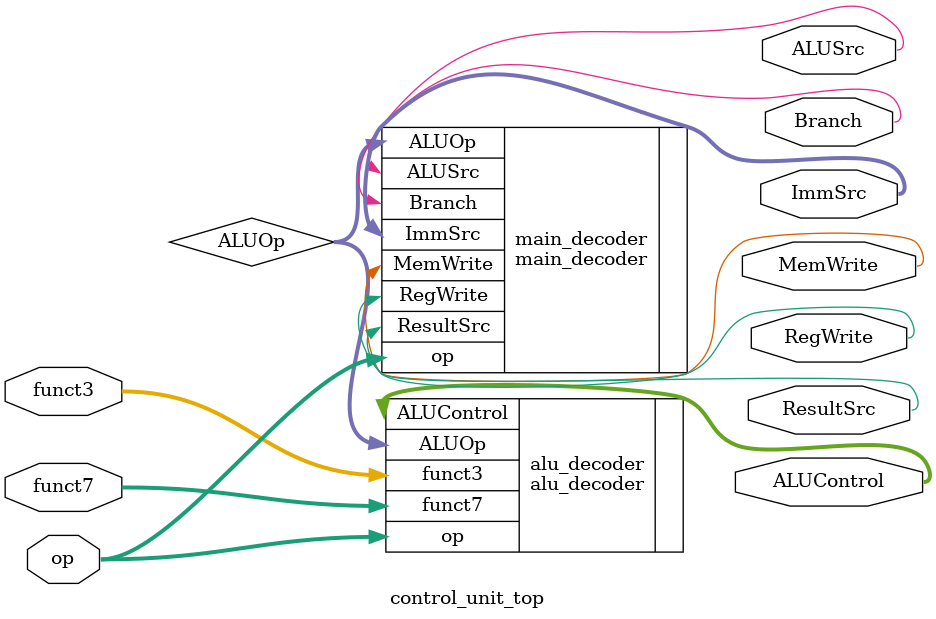
<source format=sv>
module control_unit_top (
    input  logic [6:0] op,
    input  logic [6:0] funct7,
    input  logic [2:0] funct3,
    output logic       RegWrite, ALUSrc, MemWrite, ResultSrc, Branch,
    output logic [1:0] ImmSrc,
    output logic [2:0] ALUControl
);

    // Internal signal to connect Main Decoder to ALU Decoder
    logic [1:0] ALUOp;

    // --- Main Decoder Instantiation ---
    main_decoder main_decoder (
        .op        (op),
        .RegWrite  (RegWrite),
        .ImmSrc    (ImmSrc),
        .MemWrite  (MemWrite),
        .ResultSrc (ResultSrc),
        .Branch    (Branch),
        .ALUSrc    (ALUSrc),
        .ALUOp     (ALUOp)
    );

    // --- ALU Decoder Instantiation ---
    alu_decoder alu_decoder (
        .ALUOp      (ALUOp),
        .funct3     (funct3),
        .funct7     (funct7), 
        .op         (op),     
        .ALUControl (ALUControl)
    );

endmodule
</source>
